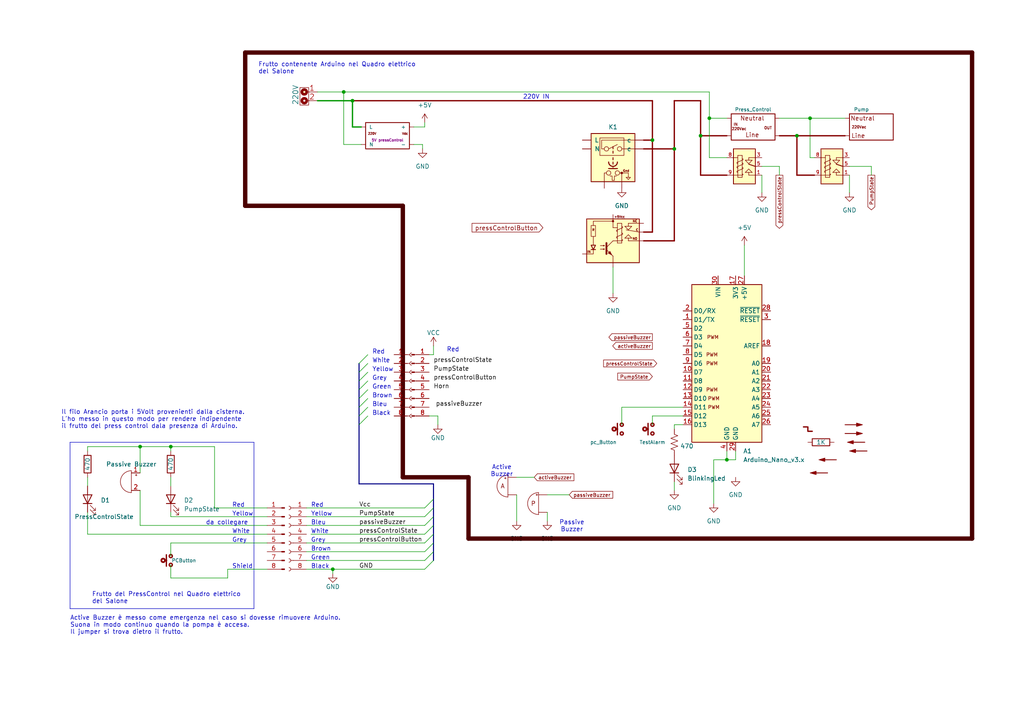
<source format=kicad_sch>
(kicad_sch (version 20231120) (generator "eeschema") (generator_version "8.0")
  (paper "A4")
  (title_block (title "Allarme per pompa cisterna") (date "2020-02-16") (rev "1.1") (comment 2 "Esaurito un determinato tempo Arduino provvede direttamente a spegnere la pompa") (comment 3 "Il tutto prosegue fino a che la pompa si spegne") (comment 4 "Quando la pompa si accende Arduino provvede ad emettere dei suoni "))
  (lib_symbols
    (symbol "Connector:Conn_01x08_Pin" (pin_names (offset 1.016) hide)
      (property "Reference" "J" (at 0 10.16 0))
      (property "Value" "Conn_01x08_Pin" (at 0 -12.7 0))
      (symbol "Conn_01x08_Pin_1_1"
        (polyline (pts (xy 1.27 -10.16) (xy 0.8636 -10.16)) (stroke (width 0.1524)))
        (polyline (pts (xy 1.27 -7.62) (xy 0.8636 -7.62)) (stroke (width 0.1524)))
        (polyline (pts (xy 1.27 -5.08) (xy 0.8636 -5.08)) (stroke (width 0.1524)))
        (polyline (pts (xy 1.27 -2.54) (xy 0.8636 -2.54)) (stroke (width 0.1524)))
        (polyline (pts (xy 1.27 0) (xy 0.8636 0)) (stroke (width 0.1524)))
        (polyline (pts (xy 1.27 2.54) (xy 0.8636 2.54)) (stroke (width 0.1524)))
        (polyline (pts (xy 1.27 5.08) (xy 0.8636 5.08)) (stroke (width 0.1524)))
        (polyline (pts (xy 1.27 7.62) (xy 0.8636 7.62)) (stroke (width 0.1524)))
        (rectangle (start 0.8636 -10.033) (end 0 -10.287) (stroke (width 0.1524)) (fill (type outline)))
        (rectangle (start 0.8636 -7.493) (end 0 -7.747) (stroke (width 0.1524)) (fill (type outline)))
        (rectangle (start 0.8636 -4.953) (end 0 -5.207) (stroke (width 0.1524)) (fill (type outline)))
        (rectangle (start 0.8636 -2.413) (end 0 -2.667) (stroke (width 0.1524)) (fill (type outline)))
        (rectangle (start 0.8636 0.127) (end 0 -0.127) (stroke (width 0.1524)) (fill (type outline)))
        (rectangle (start 0.8636 2.667) (end 0 2.413) (stroke (width 0.1524)) (fill (type outline)))
        (rectangle (start 0.8636 5.207) (end 0 4.953) (stroke (width 0.1524)) (fill (type outline)))
        (rectangle (start 0.8636 7.747) (end 0 7.493) (stroke (width 0.1524)) (fill (type outline)))
        (pin passive line (at 5.08 7.62 180) (length 3.81) (name "Pin_1") (number "1"))
        (pin passive line (at 5.08 5.08 180) (length 3.81) (name "Pin_2") (number "2"))
        (pin passive line (at 5.08 2.54 180) (length 3.81) (name "Pin_3") (number "3"))
        (pin passive line (at 5.08 0 180) (length 3.81) (name "Pin_4") (number "4"))
        (pin passive line (at 5.08 -2.54 180) (length 3.81) (name "Pin_5") (number "5"))
        (pin passive line (at 5.08 -5.08 180) (length 3.81) (name "Pin_6") (number "6"))
        (pin passive line (at 5.08 -7.62 180) (length 3.81) (name "Pin_7") (number "7"))
        (pin passive line (at 5.08 -10.16 180) (length 3.81) (name "Pin_8") (number "8"))
      )
    )
    (symbol "Connector:Conn_01x08_Socket" (pin_names (offset 1.016) hide)
      (property "Reference" "J" (at 0 10.16 0))
      (property "Value" "Conn_01x08_Socket" (at 0 -12.7 0))
      (symbol "Conn_01x08_Socket_1_1"
        (arc (start 0 -9.652) (mid -0.5058 -10.16) (end 0 -10.668) (stroke (width 0.1524)))
        (arc (start 0 -7.112) (mid -0.5058 -7.62) (end 0 -8.128) (stroke (width 0.1524)))
        (arc (start 0 -4.572) (mid -0.5058 -5.08) (end 0 -5.588) (stroke (width 0.1524)))
        (arc (start 0 -2.032) (mid -0.5058 -2.54) (end 0 -3.048) (stroke (width 0.1524)))
        (polyline (pts (xy -1.27 -10.16) (xy -0.508 -10.16)) (stroke (width 0.1524)))
        (polyline (pts (xy -1.27 -7.62) (xy -0.508 -7.62)) (stroke (width 0.1524)))
        (polyline (pts (xy -1.27 -5.08) (xy -0.508 -5.08)) (stroke (width 0.1524)))
        (polyline (pts (xy -1.27 -2.54) (xy -0.508 -2.54)) (stroke (width 0.1524)))
        (polyline (pts (xy -1.27 0) (xy -0.508 0)) (stroke (width 0.1524)))
        (polyline (pts (xy -1.27 2.54) (xy -0.508 2.54)) (stroke (width 0.1524)))
        (polyline (pts (xy -1.27 5.08) (xy -0.508 5.08)) (stroke (width 0.1524)))
        (polyline (pts (xy -1.27 7.62) (xy -0.508 7.62)) (stroke (width 0.1524)))
        (arc (start 0 0.508) (mid -0.5058 0) (end 0 -0.508) (stroke (width 0.1524)))
        (arc (start 0 3.048) (mid -0.5058 2.54) (end 0 2.032) (stroke (width 0.1524)))
        (arc (start 0 5.588) (mid -0.5058 5.08) (end 0 4.572) (stroke (width 0.1524)))
        (arc (start 0 8.128) (mid -0.5058 7.62) (end 0 7.112) (stroke (width 0.1524)))
        (pin passive line (at -5.08 7.62 0) (length 3.81) (name "Pin_1") (number "1"))
        (pin passive line (at -5.08 5.08 0) (length 3.81) (name "Pin_2") (number "2"))
        (pin passive line (at -5.08 2.54 0) (length 3.81) (name "Pin_3") (number "3"))
        (pin passive line (at -5.08 0 0) (length 3.81) (name "Pin_4") (number "4"))
        (pin passive line (at -5.08 -2.54 0) (length 3.81) (name "Pin_5") (number "5"))
        (pin passive line (at -5.08 -5.08 0) (length 3.81) (name "Pin_6") (number "6"))
        (pin passive line (at -5.08 -7.62 0) (length 3.81) (name "Pin_7") (number "7"))
        (pin passive line (at -5.08 -10.16 0) (length 3.81) (name "Pin_8") (number "8"))
      )
    )
    (symbol "Device:Buzzer" (pin_names (offset 0.0254) hide)
      (property "Reference" "BZ" (at 3.81 1.27 0))
      (property "Value" "Buzzer" (at 3.81 -1.27 0))
      (symbol "Buzzer_0_1"
        (arc (start 0 -3.175) (mid 3.1612 0) (end 0 3.175))
        (polyline (pts (xy -1.651 1.905) (xy -1.143 1.905)))
        (polyline (pts (xy -1.397 2.159) (xy -1.397 1.651)))
        (polyline (pts (xy 0 3.175) (xy 0 -3.175)))
      )
      (symbol "Buzzer_1_1"
        (pin passive line (at -2.54 2.54 0) (length 2.54) (name "-") (number "1"))
        (pin passive line (at -2.54 -2.54 0) (length 2.54) (name "+") (number "2"))
      )
    )
    (symbol "Device:LED" (pin_numbers hide) (pin_names (offset 1.016) hide)
      (property "Reference" "D" (at 0 2.54 0))
      (property "Value" "LED" (at 0 -2.54 0))
      (symbol "LED_0_1"
        (polyline (pts (xy -1.27 -1.27) (xy -1.27 1.27)) (stroke (width 0.254)))
        (polyline (pts (xy -1.27 0) (xy 1.27 0)))
        (polyline (pts (xy 1.27 -1.27) (xy 1.27 1.27) (xy -1.27 0) (xy 1.27 -1.27)) (stroke (width 0.254)))
        (polyline (pts (xy -3.048 -0.762) (xy -4.572 -2.286) (xy -3.81 -2.286) (xy -4.572 -2.286) (xy -4.572 -1.524)))
        (polyline (pts (xy -1.778 -0.762) (xy -3.302 -2.286) (xy -2.54 -2.286) (xy -3.302 -2.286) (xy -3.302 -1.524)))
      )
      (symbol "LED_1_1"
        (pin passive line (at -3.81 0 0) (length 2.54) (name "K") (number "1"))
        (pin passive line (at 3.81 0 180) (length 2.54) (name "A") (number "2"))
      )
    )
    (symbol "Device:R" (pin_numbers hide) (pin_names (offset 0))
      (property "Reference" "R" (at 2.032 0 90))
      (property "Value" "R" (at 0 0 90))
      (symbol "R_0_1"
        (rectangle (start -1.016 -2.54) (end 1.016 2.54) (stroke (width 0.254)))
      )
      (symbol "R_1_1"
        (pin passive line (at 0 3.81 270) (length 1.27) (name "~") (number "1"))
        (pin passive line (at 0 -3.81 90) (length 1.27) (name "~") (number "2"))
      )
    )
    (symbol "Device:R_US" (pin_numbers hide) (pin_names (offset 0))
      (property "Reference" "R" (at 2.54 0 90))
      (property "Value" "R_US" (at -2.54 0 90))
      (symbol "R_US_0_1"
        (polyline (pts (xy 0 -2.286) (xy 0 -2.54)))
        (polyline (pts (xy 0 2.286) (xy 0 2.54)))
        (polyline (pts (xy 0 -0.762) (xy 1.016 -1.143) (xy 0 -1.524) (xy -1.016 -1.905) (xy 0 -2.286)))
        (polyline (pts (xy 0 0.762) (xy 1.016 0.381) (xy 0 0) (xy -1.016 -0.381) (xy 0 -0.762)))
        (polyline (pts (xy 0 2.286) (xy 1.016 1.905) (xy 0 1.524) (xy -1.016 1.143) (xy 0 0.762)))
      )
      (symbol "R_US_1_1"
        (pin passive line (at 0 3.81 270) (length 1.27) (name "~") (number "1"))
        (pin passive line (at 0 -3.81 90) (length 1.27) (name "~") (number "2"))
      )
    )
    (symbol "Graphic:SYM_Arrow_Normal" (pin_names (offset 1.016))
      (symbol "SYM_Arrow_Normal_0_1"
        (polyline (pts (xy 1.524 0) (xy -2.54 0)) (stroke (width 0.254)))
        (polyline (pts (xy 2.54 0) (xy 0.762 -0.508) (xy 0.762 0.508) (xy 2.54 0)) (fill (type outline)))
      )
    )
    (symbol "LnConnectors:CONN_02" (pin_names (offset 0.762) hide)
      (property "Reference" "J" (at 0 8.89 0))
      (property "Value" "CONN_02" (at 0 5.08 0))
      (symbol "CONN_02_0_1"
        (rectangle (start -1.27 7.62) (end 1.27 2.54))
        (circle (center 0 3.81) (radius 0.6858) (stroke (width 0.762)))
        (circle (center 0 6.35) (radius 0.6858) (stroke (width 0.762)) (fill (type background)))
      )
      (symbol "CONN_02_1_1"
        (pin passive line (at 3.81 6.35 180) (length 3.175) (name "1") (number "1"))
        (pin passive line (at 3.81 3.81 180) (length 3.175) (name "2") (number "2"))
      )
    )
    (symbol "LnDevice:Alimentatore" (pin_names (offset 1.016))
      (property "Reference" "Al" (at 0 1.905 0))
      (property "Value" "Alimentatore" (at 0 -2.54 0))
      (symbol "Alimentatore_0_0"
        (text "Vdc" (at 5.08 0.635 0) (effects (font (size 0.635 0.635))))
      )
      (symbol "Alimentatore_0_1"
        (rectangle (start -6.35 3.81) (end 6.35 -3.81) (stroke (width 0.254)))
        (pin power_out line (at 7.62 2.54 180) (length 1.27) (name "+") (number "~"))
        (pin power_out line (at 7.62 -2.54 180) (length 1.27) (name "-") (number "~"))
        (pin power_in line (at -7.62 2.54 0) (length 1.27) (name "L") (number "~"))
        (pin power_in line (at -7.62 -2.54 0) (length 1.27) (name "N") (number "~"))
      )
      (symbol "Alimentatore_1_0"
        (text "220V" (at -4.445 0.635 0) (effects (font (size 0.635 0.635))))
      )
    )
    (symbol "LnDevice:Edge" (pin_numbers hide) (pin_names (offset 0))
      (symbol "Edge_0_1"
        (polyline (pts (xy -1.27 1.905) (xy 0 1.905) (xy 0 0.635) (xy 1.27 0.635)) (stroke (width 0.381)))
      )
    )
    (symbol "LnDevice:PulsanteNO" (pin_numbers hide) (pin_names (offset 1.016) hide)
      (property "Reference" "SW" (at 3.81 2.794 0))
      (property "Value" "PulsanteNO" (at 0 -2.032 0))
      (symbol "PulsanteNO_0_1"
        (circle (center -1.27 0) (radius 0.4572) (stroke (width 0.381)))
        (polyline (pts (xy -1.651 1.27) (xy 1.651 1.27)) (stroke (width 0.381)))
        (polyline (pts (xy 0 1.651) (xy 0 1.27)) (stroke (width 0.508)))
        (circle (center 0.0254 2.2098) (radius 0.508) (stroke (width 0.508)))
        (circle (center 1.27 0) (radius 0.4572) (stroke (width 0.381)))
        (pin passive line (at -1.27 0 0) (length 0.0254) (name "1") (number "1"))
        (pin passive line (at 1.27 0 180) (length 0.0254) (name "2") (number "2"))
      )
    )
    (symbol "LnDevice:RELAY_1RT" (pin_names (offset 1.016) hide)
      (property "Reference" "K" (at -1.27 5.08 0))
      (property "Value" "RELAY_1RT" (at 0 -5.08 0))
      (symbol "RELAY_1RT_0_1"
        (rectangle (start -3.175 6.35) (end 3.175 -3.81) (stroke (width 0.254)) (fill (type background)))
        (polyline (pts (xy -3.175 -1.27) (xy -1.905 -1.27)))
        (polyline (pts (xy -3.175 3.81) (xy -1.905 3.81)))
        (polyline (pts (xy -1.905 4.445) (xy -1.905 -1.905)))
        (polyline (pts (xy -1.905 4.445) (xy -0.635 4.445)))
        (polyline (pts (xy -0.635 -1.905) (xy -1.905 -1.905)))
        (polyline (pts (xy -0.635 4.445) (xy -0.635 -1.905)))
        (polyline (pts (xy 0.254 -0.4826) (xy 2.2606 -0.4826)))
        (polyline (pts (xy 0.254 3.0734) (xy 2.2606 3.0734)))
        (polyline (pts (xy 1.27 -1.27) (xy 1.27 -0.762)))
        (polyline (pts (xy 1.27 -0.762) (xy 1.27 -0.4826)))
        (polyline (pts (xy 1.27 0.508) (xy 0.254 -0.4826)))
        (polyline (pts (xy 1.27 1.905) (xy 3.175 1.27)) (stroke (width 0.254)))
        (polyline (pts (xy 1.27 2.032) (xy 0.254 3.0734)))
        (polyline (pts (xy 1.27 3.81) (xy 1.27 3.175)))
        (polyline (pts (xy 1.27 3.81) (xy 3.175 3.81)))
        (polyline (pts (xy 2.2606 -0.4826) (xy 1.27 0.508)))
        (polyline (pts (xy 2.2606 3.0734) (xy 1.27 2.032)))
        (polyline (pts (xy 3.175 -1.27) (xy 1.27 -1.27)))
        (polyline (pts (xy -1.905 -1.27) (xy -0.635 -1.27) (xy -0.381 -1.143) (xy -0.381 -1.016) (xy -0.635 -0.889)))
        (polyline (pts (xy -1.905 -0.508) (xy -2.159 -0.381) (xy -2.159 -0.127) (xy -0.381 0.635) (xy -0.381 0.889) (xy -0.635 1.016)))
        (polyline (pts (xy -1.905 0.762) (xy -2.159 0.889) (xy -2.159 1.143) (xy -0.381 1.905) (xy -0.381 2.159) (xy -0.635 2.286)))
        (polyline (pts (xy -1.905 2.032) (xy -2.159 2.159) (xy -2.159 2.413) (xy -0.381 3.175) (xy -0.381 3.429) (xy -0.635 3.556)))
      )
      (symbol "RELAY_1RT_1_1"
        (pin passive line (at 5.08 -1.27 180) (length 1.905) (name "T1") (number "1"))
        (pin passive line (at 5.08 3.81 180) (length 1.905) (name "R1") (number "3"))
        (pin passive line (at 5.08 1.27 180) (length 1.905) (name "C1") (number "5"))
        (pin input line (at -5.08 3.81 0) (length 1.905) (name "8") (number "8"))
        (pin input line (at -5.08 -1.27 0) (length 1.905) (name "9") (number "9"))
      )
    )
    (symbol "lnDevice:Buzzer Active" (pin_names (offset 0.0254) hide)
      (property "Reference" "BZ" (at 3.81 1.27 0))
      (property "Value" "Buzzer Active" (at 3.81 -1.27 0))
      (symbol "Buzzer Active_0_1"
        (arc (start 0 -3.175) (mid 3.1612 0) (end 0 3.175))
        (polyline (pts (xy 0 3.175) (xy 0 -3.175)))
        (polyline (pts (xy 0.508 2.286) (xy 1.016 2.286)))
        (polyline (pts (xy 0.762 2.54) (xy 0.762 2.032)))
      )
      (symbol "Buzzer Active_1_1"
        (text "A" (at 1.524 0 0) (effects (font (size 1.27 1.27))))
        (pin power_in line (at -2.54 2.54 0) (length 2.54) (name "+") (number ""))
        (pin power_in line (at -2.54 -2.54 0) (length 2.54) (name "-") (number ""))
      )
    )
    (symbol "lnDevice:Buzzer Passive" (pin_names (offset 0.0254) hide)
      (property "Reference" "BZ" (at 3.81 1.27 0))
      (property "Value" "Buzzer" (at 3.81 -1.27 0))
      (symbol "Buzzer Passive_0_1"
        (arc (start 0 -3.175) (mid 3.1612 0) (end 0 3.175))
        (polyline (pts (xy 0 3.175) (xy 0 -3.175)))
        (polyline (pts (xy 0.254 2.54) (xy 0.762 2.54)))
        (polyline (pts (xy 0.508 2.794) (xy 0.508 2.286)))
      )
      (symbol "Buzzer Passive_1_1"
        (text "P" (at 1.524 0 0) (effects (font (size 1.27 1.27))))
        (pin power_in line (at -2.54 2.54 0) (length 2.54) (name "+") (number ""))
        (pin power_in line (at -2.54 -2.54 0) (length 2.54) (name "-") (number ""))
      )
    )
    (symbol "lnDevice:Press_Control" (pin_names (offset 1.016) hide)
      (property "Value" "Press_Control" (at 6.858 7.112 0))
      (symbol "Press_Control_0_0"
        (text "Line" (at 7.366 0.254 0) (effects (font (size 1.27 1.27))))
        (text "Neutral" (at 7.366 5.08 0) (effects (font (size 1.27 1.27))))
      )
      (symbol "Press_Control_0_1"
        (rectangle (start 13.97 -1.27) (end 1.27 6.35) (stroke (width 0.254)))
        (pin input line (at 0 0 0) (length 1.27) (name "1") (number "~"))
      )
      (symbol "Press_Control_1_1"
        (text "220Vac" (at 3.556 2.032 0) (effects (font (size 0.762 0.762))))
        (text "IN" (at 2.54 3.302 0) (effects (font (size 0.762 0.762))))
        (text "OUT" (at 11.938 2.286 0) (effects (font (size 0.762 0.762))))
        (pin output line (at 15.24 0 180) (length 1.27) (name "1") (number "~"))
        (pin input line (at 0 5.08 0) (length 1.27) (name "2") (number "~"))
        (pin output line (at 15.24 5.08 180) (length 1.27) (name "2") (number "~"))
      )
    )
    (symbol "lnDevice:Pump" (pin_names (offset 1.016) hide)
      (property "Reference" "P" (at 10.16 3.81 0))
      (property "Value" "Pump" (at 7.874 7.112 0))
      (symbol "Pump_0_0"
        (text "Line" (at 3.81 0 0) (effects (font (size 1.27 1.27))))
        (text "Neutral" (at 5.08 5.08 0) (effects (font (size 1.27 1.27))))
      )
      (symbol "Pump_0_1"
        (rectangle (start 13.97 -1.27) (end 1.27 6.35) (stroke (width 0.254)))
        (pin input line (at 0 0 0) (length 1.27) (name "1") (number "~"))
      )
      (symbol "Pump_1_1"
        (text "220Vac" (at 4.064 2.54 0) (effects (font (size 0.762 0.762))))
        (pin input line (at 0 5.08 0) (length 1.27) (name "2") (number "~"))
      )
    )
    (symbol "lnDevice:Relay_5V_LL" (pin_names (offset 1.016))
      (property "Reference" "RL" (at 10.16 -5.08 0))
      (property "Value" "Relay_5V_LL" (at 7.62 -7.62 0))
      (symbol "Relay_5V_LL_0_0"
        (polyline (pts (xy -5.715 1.27) (xy -5.715 -1.27)))
        (polyline (pts (xy -5.715 -2.54) (xy -5.715 -3.81) (xy -7.62 -3.81)))
        (polyline (pts (xy 0 5.715) (xy -5.715 5.715) (xy -5.715 4.445)))
        (polyline (pts (xy -6.35 4.445) (xy -5.08 4.445) (xy -5.08 1.27) (xy -6.35 1.27) (xy -6.35 4.445)))
        (text "R" (at -5.715 3.175 0) (effects (font (size 0.635 0.635))))
      )
      (symbol "Relay_5V_LL_1_0"
        (text "+5Vcc" (at 1.905 6.985 0) (effects (font (size 0.635 0.635))))
        (text "C" (at 6.985 3.175 0) (effects (font (size 0.635 0.635))))
        (text "IN" (at -6.985 -3.175 0) (effects (font (size 0.635 0.635))))
        (text "NC" (at 6.35 5.715 0) (effects (font (size 0.635 0.635))))
        (text "NO" (at 6.35 0.635 0) (effects (font (size 0.635 0.635))))
      )
      (symbol "Relay_5V_LL_1_1"
        (rectangle (start -7.62 6.35) (end 7.62 -6.35) (stroke (width 0.254)) (fill (type background)))
        (polyline (pts (xy -6.35 -2.54) (xy -5.08 -2.54)) (stroke (width 0.254)))
        (polyline (pts (xy -1.905 -1.905) (xy 0 0)))
        (polyline (pts (xy 0 -4.445) (xy -1.905 -2.54)) (fill (type outline)))
        (polyline (pts (xy 0 -4.445) (xy 0 -6.35)))
        (polyline (pts (xy 0 0) (xy 1.27 0)))
        (polyline (pts (xy 0 3.81) (xy 1.27 3.81)))
        (polyline (pts (xy 0 6.35) (xy 0 3.81)))
        (polyline (pts (xy 1.27 5.08) (xy 1.27 -0.635)))
        (polyline (pts (xy 1.27 5.08) (xy 2.54 5.08)))
        (polyline (pts (xy 2.54 -0.635) (xy 1.27 -0.635)))
        (polyline (pts (xy 2.54 5.08) (xy 2.54 -0.635)))
        (polyline (pts (xy 3.429 0.7874) (xy 5.4356 0.7874)))
        (polyline (pts (xy 3.429 4.2164) (xy 5.4356 4.2164)))
        (polyline (pts (xy 3.81 3.175) (xy 7.62 2.54)))
        (polyline (pts (xy 4.445 0) (xy 4.445 0.508)))
        (polyline (pts (xy 4.445 0.508) (xy 4.445 0.7874)))
        (polyline (pts (xy 4.445 1.778) (xy 3.429 0.7874)))
        (polyline (pts (xy 4.445 3.175) (xy 3.429 4.2164)))
        (polyline (pts (xy 4.445 5.08) (xy 4.445 4.2164)))
        (polyline (pts (xy 4.445 5.08) (xy 7.62 5.08)))
        (polyline (pts (xy 5.4356 0.7874) (xy 4.445 1.778)))
        (polyline (pts (xy 5.4356 4.2164) (xy 4.445 3.175)))
        (polyline (pts (xy 7.62 0) (xy 4.445 0)))
        (polyline (pts (xy -1.905 -0.635) (xy -1.905 -3.81) (xy -1.905 -3.81)) (stroke (width 0.508)))
        (polyline (pts (xy -5.715 -2.54) (xy -6.35 -1.27) (xy -5.08 -1.27) (xy -5.715 -2.54)) (stroke (width 0.254)))
        (polyline (pts (xy -3.683 -2.413) (xy -2.413 -2.413) (xy -2.794 -2.54) (xy -2.794 -2.286) (xy -2.413 -2.413)))
        (polyline (pts (xy -3.683 -1.397) (xy -2.413 -1.397) (xy -2.794 -1.524) (xy -2.794 -1.27) (xy -2.413 -1.397)))
        (polyline (pts (xy -1.397 -3.556) (xy -0.889 -3.048) (xy -0.381 -4.064) (xy -1.397 -3.556) (xy -1.397 -3.556)) (fill (type outline)))
        (polyline (pts (xy 1.27 0) (xy 2.54 0) (xy 2.794 0.127) (xy 2.794 0.254) (xy 2.54 0.381)))
        (polyline (pts (xy 1.27 0.762) (xy 1.016 0.889) (xy 1.016 1.143) (xy 2.794 1.905) (xy 2.794 2.159) (xy 2.54 2.286)))
        (polyline (pts (xy 1.27 2.667) (xy 1.016 2.794) (xy 1.016 3.048) (xy 2.794 3.81) (xy 2.794 4.064) (xy 2.54 4.191)))
        (circle (center 0 5.715) (radius 0.254) (fill (type outline)))
        (pin input line (at -8.89 -3.81 0) (length 1.27) (name "~") (number "~"))
        (pin power_in line (at 0 -7.62 90) (length 1.27) (name "~") (number "~"))
        (pin power_in line (at 0 7.62 270) (length 1.27) (name "~") (number "~"))
        (pin passive line (at 8.89 0 180) (length 1.27) (name "~") (number "~"))
        (pin passive line (at 8.89 2.54 180) (length 1.27) (name "~") (number "~"))
        (pin passive line (at 8.89 5.08 180) (length 1.27) (name "~") (number "~"))
      )
    )
    (symbol "lnDevice:sOnOff_ClearContacts" (pin_names (offset 1.016))
      (property "Reference" "K" (at 3.175 -0.635 0))
      (property "Value" "sOnOff_ClearContacts" (at -5.08 10.16 0))
      (symbol "sOnOff_ClearContacts_0_0"
        (circle (center -1.27 -4.445) (radius 0.635))
        (polyline (pts (xy -1.905 -4.445) (xy -2.54 -4.445) (xy -2.54 -6.985)))
        (polyline (pts (xy 1.905 -4.445) (xy 2.54 -4.445) (xy 2.54 -6.985)))
        (polyline (pts (xy -3.81 5.715) (xy -3.81 0.635) (xy 3.175 0.635) (xy 3.175 5.715) (xy -3.81 5.715)))
        (circle (center 1.27 -4.445) (radius 0.635))
        (text "Gnd" (at 3.81 -3.81 0) (effects (font (size 0.635 0.635))))
      )
      (symbol "sOnOff_ClearContacts_0_1"
        (rectangle (start -6.35 6.985) (end 6.35 -6.985) (stroke (width 0.254)) (fill (type background)))
        (circle (center -1.905 2.54) (radius 0.635))
        (arc (start -1.27 -1.27) (mid 0 -2.5345) (end 1.27 -1.27) (stroke (width 0.3048)))
        (polyline (pts (xy -1.27 2.54) (xy 1.27 3.81)))
        (polyline (pts (xy 0 -2.54) (xy 0 -3.175)))
        (polyline (pts (xy 0 -1.27) (xy 0 -1.905)) (stroke (width 0.254)))
        (polyline (pts (xy 0 0) (xy 0 -0.635)) (stroke (width 0.254)))
        (polyline (pts (xy 0 1.905) (xy 0 1.27)) (stroke (width 0.254)))
        (polyline (pts (xy 0 3.175) (xy 0 2.54)) (stroke (width 0.254)))
        (polyline (pts (xy 1.27 -3.175) (xy -1.27 -3.175)) (stroke (width 0.3048)))
        (polyline (pts (xy 2.54 2.54) (xy 6.35 2.54)))
        (polyline (pts (xy 2.54 -4.445) (xy 4.445 -4.445) (xy 4.445 -5.715)))
        (polyline (pts (xy -2.54 2.54) (xy -3.302 2.54) (xy -3.302 5.08) (xy 6.35 5.08)))
        (polyline (pts (xy 3.81 -5.715) (xy 5.08 -5.715) (xy 4.445 -6.35) (xy 3.81 -5.715)))
        (polyline (pts (xy -0.889 -5.334) (xy -0.254 -5.334) (xy -0.254 -6.604) (xy 0.381 -6.604) (xy 0.381 -5.334) (xy 1.016 -5.334)))
        (circle (center 1.905 2.54) (radius 0.635))
        (circle (center 2.54 -4.445) (radius 0.2794) (fill (type outline)))
      )
      (symbol "sOnOff_ClearContacts_1_1"
        (pin power_in line (at -8.89 5.08 0) (length 2.54) (name "L") (number ""))
        (pin power_in line (at -8.89 2.54 0) (length 2.54) (name "N") (number ""))
        (pin bidirectional line (at 8.89 2.54 180) (length 2.54) (name "c") (number ""))
        (pin bidirectional line (at 8.89 5.08 180) (length 2.54) (name "c") (number ""))
        (pin passive line (at -2.54 -8.89 90) (length 1.905) (name "~") (number "~"))
        (pin passive line (at 2.54 -8.89 90) (length 1.905) (name "~") (number "~"))
      )
    )
    (symbol "lnMicroController:Arduino_Nano_v3.x"
      (property "Reference" "A" (at -10.16 23.495 0))
      (property "Value" "Arduino_Nano_v3.x" (at 5.08 -24.13 0))
      (symbol "Arduino_Nano_v3.x_0_1"
        (rectangle (start -10.16 22.86) (end 10.16 -22.86) (stroke (width 0.254)) (fill (type background)))
      )
      (symbol "Arduino_Nano_v3.x_1_1"
        (text "PWM" (at -4.318 -7.62 0) (effects (font (size 1.016 1.016))))
        (text "PWM" (at -4.318 0 0) (effects (font (size 1.016 1.016))))
        (text "PWM" (at -4.318 2.54 0) (effects (font (size 1.016 1.016))))
        (text "PWM" (at -4.064 7.62 0) (effects (font (size 1.016 1.016))))
        (text "PWM" (at -3.81 -12.7 0) (effects (font (size 1.016 1.016))))
        (text "PWM" (at -3.81 -10.16 0) (effects (font (size 1.016 1.016))))
        (pin bidirectional line (at -12.7 12.7 0) (length 2.54) (name "D1/TX") (number "1"))
        (pin bidirectional line (at -12.7 -2.54 0) (length 2.54) (name "D7") (number "10"))
        (pin bidirectional line (at -12.7 -5.08 0) (length 2.54) (name "D8") (number "11"))
        (pin bidirectional line (at -12.7 -7.62 0) (length 2.54) (name "D9") (number "12"))
        (pin bidirectional line (at -12.7 -10.16 0) (length 2.54) (name "D10") (number "13"))
        (pin bidirectional line (at -12.7 -12.7 0) (length 2.54) (name "D11") (number "14"))
        (pin bidirectional line (at -12.7 -15.24 0) (length 2.54) (name "D12") (number "15"))
        (pin bidirectional line (at -12.7 -17.78 0) (length 2.54) (name "D13") (number "16"))
        (pin power_out line (at 2.54 25.4 270) (length 2.54) (name "3V3") (number "17"))
        (pin input line (at 12.7 5.08 180) (length 2.54) (name "AREF") (number "18"))
        (pin bidirectional line (at 12.7 0 180) (length 2.54) (name "A0") (number "19"))
        (pin bidirectional line (at -12.7 15.24 0) (length 2.54) (name "D0/RX") (number "2"))
        (pin bidirectional line (at 12.7 -2.54 180) (length 2.54) (name "A1") (number "20"))
        (pin bidirectional line (at 12.7 -5.08 180) (length 2.54) (name "A2") (number "21"))
        (pin bidirectional line (at 12.7 -7.62 180) (length 2.54) (name "A3") (number "22"))
        (pin bidirectional line (at 12.7 -10.16 180) (length 2.54) (name "A4") (number "23"))
        (pin bidirectional line (at 12.7 -12.7 180) (length 2.54) (name "A5") (number "24"))
        (pin bidirectional line (at 12.7 -15.24 180) (length 2.54) (name "A6") (number "25"))
        (pin bidirectional line (at 12.7 -17.78 180) (length 2.54) (name "A7") (number "26"))
        (pin power_out line (at 5.08 25.4 270) (length 2.54) (name "+5V") (number "27"))
        (pin input line (at 12.7 15.24 180) (length 2.54) (name "~{RESET}") (number "28"))
        (pin power_in line (at 2.54 -25.4 90) (length 2.54) (name "GND") (number "29"))
        (pin input line (at 12.7 12.7 180) (length 2.54) (name "~{RESET}") (number "3"))
        (pin power_in line (at -2.54 25.4 270) (length 2.54) (name "VIN") (number "30"))
        (pin power_in line (at 0 -25.4 90) (length 2.54) (name "GND") (number "4"))
        (pin bidirectional line (at -12.7 10.16 0) (length 2.54) (name "D2") (number "5"))
        (pin bidirectional line (at -12.7 7.62 0) (length 2.54) (name "D3") (number "6"))
        (pin bidirectional line (at -12.7 5.08 0) (length 2.54) (name "D4") (number "7"))
        (pin bidirectional line (at -12.7 2.54 0) (length 2.54) (name "D5") (number "8"))
        (pin bidirectional line (at -12.7 0 0) (length 2.54) (name "D6") (number "9"))
      )
    )
    (symbol "power:+5V" (power) (pin_names (offset 0))
      (property "Value" "+5V" (at 0 3.556 0))
      (symbol "+5V_0_1"
        (polyline (pts (xy -0.762 1.27) (xy 0 2.54)))
        (polyline (pts (xy 0 0) (xy 0 2.54)))
        (polyline (pts (xy 0 2.54) (xy 0.762 1.27)))
      )
      (symbol "+5V_1_1"
        (pin power_in line (at 0 0 90) (length 0) hide (name "+5V") (number "1"))
      )
    )
    (symbol "power:GND" (power) (pin_names (offset 0))
      (property "Value" "GND" (at 0 -3.81 0))
      (symbol "GND_0_1"
        (polyline (pts (xy 0 0) (xy 0 -1.27) (xy 1.27 -1.27) (xy 0 -2.54) (xy -1.27 -1.27) (xy 0 -1.27)))
      )
      (symbol "GND_1_1"
        (pin power_in line (at 0 0 270) (length 0) hide (name "GND") (number "1"))
      )
    )
    (symbol "power:VCC" (power) (pin_names (offset 0))
      (property "Value" "VCC" (at 0 3.81 0))
      (symbol "VCC_0_1"
        (polyline (pts (xy -0.762 1.27) (xy 0 2.54)))
        (polyline (pts (xy 0 0) (xy 0 2.54)))
        (polyline (pts (xy 0 2.54) (xy 0.762 1.27)))
      )
      (symbol "VCC_1_1"
        (pin power_in line (at 0 0 90) (length 0) hide (name "VCC") (number "1"))
      )
    )
  )
  (junction (at 102.235 29.21))
  (junction (at 210.82 133.35))
  (junction (at 203.2 39.37))
  (junction (at 96.52 165.1))
  (junction (at 231.14 39.37))
  (junction (at 40.64 129.54))
  (junction (at 195.58 43.18))
  (junction (at 99.695 26.67))
  (junction (at 234.95 34.29))
  (junction (at 189.23 40.64))
  (junction (at 205.74 34.29))
  (junction (at 49.53 129.54))
  (bus_entry (at 106.68 105.41) (size -2.54 2.54))
  (bus_entry (at 125.73 157.48) (size -2.54 2.54))
  (bus_entry (at 125.73 160.02) (size -2.54 2.54))
  (bus_entry (at 106.68 118.11) (size -2.54 2.54))
  (bus_entry (at 125.73 154.94) (size -2.54 2.54))
  (bus_entry (at 106.68 102.87) (size -2.54 2.54))
  (bus_entry (at 125.73 149.86) (size -2.54 2.54))
  (bus_entry (at 125.73 162.56) (size -2.54 2.54))
  (bus_entry (at 106.68 115.57) (size -2.54 2.54))
  (bus_entry (at 106.68 107.95) (size -2.54 2.54))
  (bus_entry (at 125.73 147.32) (size -2.54 2.54))
  (bus_entry (at 125.73 152.4) (size -2.54 2.54))
  (bus_entry (at 125.73 144.78) (size -2.54 2.54))
  (bus_entry (at 106.68 110.49) (size -2.54 2.54))
  (bus_entry (at 106.68 120.65) (size -2.54 2.54))
  (bus_entry (at 106.68 113.03) (size -2.54 2.54))
  (wire (pts (xy 88.9 147.32) (xy 123.19 147.32)))
  (bus (pts (xy 104.14 110.49) (xy 104.14 113.03)))
  (wire (pts (xy 25.4 129.54) (xy 25.4 130.81)))
  (wire (pts (xy 49.53 129.54) (xy 62.23 129.54)))
  (bus (pts (xy 125.73 157.48) (xy 125.73 160.02)))
  (wire (pts (xy 231.14 39.37) (xy 231.14 50.8)) (stroke (width 0.381) (color 132 0 0 1)))
  (wire (pts (xy 49.53 157.48) (xy 49.53 161.29)))
  (wire (pts (xy 220.98 48.26) (xy 226.06 48.26)))
  (wire (pts (xy 116.84 138.43) (xy 116.84 59.69)) (stroke (width 1.27) (color 72 0 0 1)))
  (bus (pts (xy 104.14 107.95) (xy 104.14 110.49)))
  (wire (pts (xy 62.23 129.54) (xy 62.23 147.32)))
  (wire (pts (xy 90.17 154.94) (xy 123.19 154.94)))
  (wire (pts (xy 149.86 138.43) (xy 154.94 138.43)))
  (wire (pts (xy 198.12 120.65) (xy 189.23 120.65)))
  (wire (pts (xy 96.52 165.1) (xy 123.19 165.1)))
  (wire (pts (xy 88.9 152.4) (xy 123.19 152.4)))
  (wire (pts (xy 49.53 148.59) (xy 49.53 149.86)))
  (wire (pts (xy 231.14 50.8) (xy 236.22 50.8)) (stroke (width 0.381) (color 132 0 0 1)))
  (wire (pts (xy 226.06 39.37) (xy 231.14 39.37)) (stroke (width 0.381) (color 132 0 0 1)))
  (wire (pts (xy 189.23 67.31) (xy 189.23 40.64)) (stroke (width 0.381) (color 132 0 0 1)))
  (bus (pts (xy 125.73 154.94) (xy 125.73 157.48)))
  (wire (pts (xy 205.74 34.29) (xy 205.74 26.67)))
  (wire (pts (xy 203.2 39.37) (xy 203.2 50.8)) (stroke (width 0.381) (color 132 0 0 1)))
  (wire (pts (xy 203.2 29.21) (xy 203.2 39.37)) (stroke (width 0.381) (color 132 0 0 1)))
  (bus (pts (xy 104.14 113.03) (xy 104.14 115.57)))
  (wire (pts (xy 186.69 67.31) (xy 189.23 67.31)) (stroke (width 0.381) (color 132 0 0 1)))
  (wire (pts (xy 210.82 133.35) (xy 213.36 133.35)))
  (wire (pts (xy 281.94 156.21) (xy 281.94 15.24)) (stroke (width 1.27) (color 72 0 0 1)))
  (wire (pts (xy 195.58 142.24) (xy 195.58 139.7)))
  (wire (pts (xy 226.06 48.26) (xy 226.06 50.8)))
  (wire (pts (xy 40.64 152.4) (xy 77.47 152.4)))
  (wire (pts (xy 25.4 129.54) (xy 40.64 129.54)))
  (wire (pts (xy 165.1 143.51) (xy 158.75 143.51)))
  (wire (pts (xy 189.23 40.64) (xy 189.23 29.21)) (stroke (width 0.381) (color 132 0 0 1)))
  (wire (pts (xy 49.53 157.48) (xy 77.47 157.48)))
  (wire (pts (xy 203.2 39.37) (xy 210.82 39.37)) (stroke (width 0.381) (color 132 0 0 1)))
  (wire (pts (xy 88.9 160.02) (xy 123.19 160.02)))
  (wire (pts (xy 71.12 15.24) (xy 71.12 59.69)) (stroke (width 1.27) (color 72 0 0 1)))
  (wire (pts (xy 102.235 29.21) (xy 92.075 29.21)) (stroke (width 0.381)))
  (polyline (pts (xy 73.66 128.27) (xy 73.66 176.53)))
  (wire (pts (xy 40.64 137.16) (xy 40.64 129.54)))
  (wire (pts (xy 66.04 165.1) (xy 77.47 165.1)))
  (wire (pts (xy 177.8 85.09) (xy 177.8 77.47)))
  (bus (pts (xy 125.73 149.86) (xy 125.73 152.4)))
  (wire (pts (xy 234.95 34.29) (xy 245.11 34.29)))
  (wire (pts (xy 149.86 151.13) (xy 149.86 143.51)))
  (wire (pts (xy 104.775 41.91) (xy 99.695 41.91)))
  (wire (pts (xy 246.38 48.26) (xy 252.73 48.26)))
  (wire (pts (xy 124.46 120.65) (xy 127 120.65)))
  (wire (pts (xy 158.75 151.13) (xy 158.75 148.59)))
  (wire (pts (xy 186.69 40.64) (xy 189.23 40.64)) (stroke (width 0.381) (color 132 0 0 1)))
  (wire (pts (xy 220.98 55.88) (xy 220.98 50.8)))
  (wire (pts (xy 25.4 154.94) (xy 77.47 154.94)))
  (wire (pts (xy 123.19 36.83) (xy 123.19 35.56)))
  (bus (pts (xy 104.14 120.65) (xy 104.14 123.19)))
  (wire (pts (xy 195.58 123.19) (xy 195.58 124.46)))
  (polyline (pts (xy 73.66 176.53) (xy 20.32 176.53)))
  (bus (pts (xy 125.73 147.32) (xy 125.73 149.86)))
  (wire (pts (xy 88.9 162.56) (xy 123.19 162.56)))
  (wire (pts (xy 25.4 148.59) (xy 25.4 154.94)))
  (wire (pts (xy 49.53 167.64) (xy 49.53 163.83)))
  (wire (pts (xy 99.695 26.67) (xy 205.74 26.67)))
  (wire (pts (xy 195.58 29.21) (xy 203.2 29.21)) (stroke (width 0.381) (color 132 0 0 1)))
  (wire (pts (xy 281.94 156.21) (xy 135.89 156.21)) (stroke (width 1.27) (color 72 0 0 1)))
  (wire (pts (xy 180.34 118.11) (xy 180.34 123.19)))
  (wire (pts (xy 25.4 138.43) (xy 25.4 140.97)))
  (polyline (pts (xy 20.32 176.53) (xy 20.32 128.27)))
  (bus (pts (xy 125.73 144.78) (xy 125.73 147.32)))
  (wire (pts (xy 102.235 36.83) (xy 102.235 29.21)) (stroke (width 0.381)))
  (wire (pts (xy 189.23 120.65) (xy 189.23 123.19)))
  (bus (pts (xy 125.73 152.4) (xy 125.73 154.94)))
  (bus (pts (xy 104.14 105.41) (xy 104.14 107.95)))
  (wire (pts (xy 210.82 133.35) (xy 207.01 133.35)))
  (wire (pts (xy 88.9 157.48) (xy 123.19 157.48)))
  (wire (pts (xy 62.23 147.32) (xy 77.47 147.32)))
  (wire (pts (xy 40.64 152.4) (xy 40.64 142.24)))
  (bus (pts (xy 104.14 118.11) (xy 104.14 120.65)))
  (wire (pts (xy 135.89 138.43) (xy 116.84 138.43)) (stroke (width 1.27) (color 72 0 0 1)))
  (wire (pts (xy 234.95 34.29) (xy 234.95 45.72)))
  (wire (pts (xy 125.73 102.87) (xy 124.46 102.87)))
  (wire (pts (xy 71.12 59.69) (xy 116.84 59.69)) (stroke (width 1.27) (color 72 0 0 1)))
  (wire (pts (xy 49.53 149.86) (xy 77.47 149.86)))
  (wire (pts (xy 104.775 36.83) (xy 102.235 36.83)) (stroke (width 0.381)))
  (wire (pts (xy 49.53 129.54) (xy 49.53 130.81)))
  (wire (pts (xy 40.64 129.54) (xy 49.53 129.54)))
  (wire (pts (xy 234.95 45.72) (xy 236.22 45.72)))
  (wire (pts (xy 102.235 29.21) (xy 189.23 29.21)) (stroke (width 0.381) (color 132 0 0 1)))
  (wire (pts (xy 226.06 34.29) (xy 234.95 34.29)))
  (wire (pts (xy 281.94 15.24) (xy 71.12 15.24)) (stroke (width 1.27) (color 72 0 0 1)))
  (wire (pts (xy 210.82 34.29) (xy 205.74 34.29)))
  (wire (pts (xy 120.015 36.83) (xy 123.19 36.83)))
  (wire (pts (xy 195.58 43.18) (xy 195.58 69.85)) (stroke (width 0.381) (color 132 0 0 1)))
  (wire (pts (xy 210.82 130.81) (xy 210.82 133.35)))
  (wire (pts (xy 198.12 123.19) (xy 195.58 123.19)))
  (wire (pts (xy 246.38 55.88) (xy 246.38 50.8)))
  (bus (pts (xy 125.73 140.335) (xy 125.73 144.78)))
  (polyline (pts (xy 20.32 128.27) (xy 73.66 128.27)))
  (wire (pts (xy 195.58 43.18) (xy 195.58 29.21)) (stroke (width 0.381) (color 132 0 0 1)))
  (wire (pts (xy 231.14 39.37) (xy 245.11 39.37)) (stroke (width 0.381) (color 132 0 0 1)))
  (wire (pts (xy 125.73 100.33) (xy 125.73 102.87)))
  (wire (pts (xy 215.9 71.12) (xy 215.9 80.01)))
  (wire (pts (xy 135.89 156.21) (xy 135.89 138.43)) (stroke (width 1.27) (color 72 0 0 1)))
  (bus (pts (xy 104.14 123.19) (xy 104.14 140.335)))
  (wire (pts (xy 120.015 41.91) (xy 122.555 41.91)))
  (bus (pts (xy 125.73 160.02) (xy 125.73 162.56)))
  (wire (pts (xy 99.695 41.91) (xy 99.695 26.67)))
  (bus (pts (xy 104.14 115.57) (xy 104.14 118.11)))
  (wire (pts (xy 252.73 48.26) (xy 252.73 50.8)))
  (wire (pts (xy 207.01 133.35) (xy 207.01 146.05)))
  (wire (pts (xy 127 120.65) (xy 127 123.19)))
  (wire (pts (xy 88.9 165.1) (xy 96.52 165.1)))
  (wire (pts (xy 205.74 34.29) (xy 205.74 45.72)))
  (wire (pts (xy 122.555 41.91) (xy 122.555 43.18)))
  (bus (pts (xy 104.14 140.335) (xy 125.73 140.335)))
  (wire (pts (xy 49.53 138.43) (xy 49.53 140.97)))
  (wire (pts (xy 203.2 50.8) (xy 210.82 50.8)) (stroke (width 0.381) (color 132 0 0 1)))
  (wire (pts (xy 186.69 43.18) (xy 195.58 43.18)) (stroke (width 0.381) (color 132 0 0 1)))
  (wire (pts (xy 49.53 167.64) (xy 66.04 167.64)))
  (wire (pts (xy 92.075 26.67) (xy 99.695 26.67)))
  (wire (pts (xy 198.12 118.11) (xy 180.34 118.11)))
  (wire (pts (xy 66.04 167.64) (xy 66.04 165.1)))
  (wire (pts (xy 213.36 133.35) (xy 213.36 130.81)))
  (wire (pts (xy 96.52 165.1) (xy 96.52 166.37)))
  (wire (pts (xy 205.74 45.72) (xy 210.82 45.72)))
  (wire (pts (xy 195.58 69.85) (xy 186.69 69.85)) (stroke (width 0.381) (color 132 0 0 1)))
  (wire (pts (xy 88.9 149.86) (xy 123.19 149.86)))
  (text "Brown" (at 107.95 115.57 0) (effects (font (size 1.27 1.27)) (justify left bottom)))
  (text "220V IN" (at 151.638 28.956 0) (effects (font (size 1.27 1.27)) (justify left bottom)))
  (text "da collegare" (at 59.69 152.4 0) (effects (font (size 1.27 1.27)) (justify left bottom)))
  (text "Red" (at 107.95 102.87 0) (effects (font (size 1.27 1.27)) (justify left bottom)))
  (text "Frutto del PressControl nel Quadro elettrico \ndel Salone" (at 26.67 175.26 0) (effects (font (size 1.27 1.27)) (justify left bottom)))
  (text "White" (at 90.17 154.94 0) (effects (font (size 1.27 1.27)) (justify left bottom)))
  (text "Brown" (at 90.17 160.02 0) (effects (font (size 1.27 1.27)) (justify left bottom)))
  (text "Yellow" (at 90.17 149.86 0) (effects (font (size 1.27 1.27)) (justify left bottom)))
  (text "Grey" (at 90.17 157.48 0) (effects (font (size 1.27 1.27)) (justify left bottom)))
  (text "White" (at 107.95 105.41 0) (effects (font (size 1.27 1.27)) (justify left bottom)))
  (text "Bleu" (at 107.95 118.11 0) (effects (font (size 1.27 1.27)) (justify left bottom)))
  (text "Grey" (at 107.95 110.49 0) (effects (font (size 1.27 1.27)) (justify left bottom)))
  (text "Passive\nBuzzer" (at 165.862 152.654 0) (effects (font (size 1.27 1.27))))
  (text "Green" (at 90.17 162.56 0) (effects (font (size 1.27 1.27)) (justify left bottom)))
  (text "Frutto contenente Arduino nel Quadro elettrico \ndel Salone" (at 74.93 21.59 0) (effects (font (size 1.27 1.27)) (justify left bottom)))
  (text "Active Buzzer è messo come emergenza nel caso si dovesse rimuovere Arduino.\nSuona in modo continuo quando la pompa è accesa.\nIl jumper si trova dietro il frutto." (at 20.32 184.15 0) (effects (font (size 1.27 1.27)) (justify left bottom)))
  (text "Il filo Arancio porta i 5Volt provenienti dalla cisterna. \nL'ho messo in questo modo per rendere indipendente\nil frutto del press control dala presenza di Arduino." (at 17.78 124.46 0) (effects (font (size 1.27 1.27)) (justify left bottom)))
  (text "White" (at 67.31 154.94 0) (effects (font (size 1.27 1.27)) (justify left bottom)))
  (text "Red" (at 90.17 147.32 0) (effects (font (size 1.27 1.27)) (justify left bottom)))
  (text "Green" (at 107.95 113.03 0) (effects (font (size 1.27 1.27)) (justify left bottom)))
  (text "Shield" (at 67.31 165.1 0) (effects (font (size 1.27 1.27)) (justify left bottom)))
  (text "Yellow" (at 67.31 149.86 0) (effects (font (size 1.27 1.27)) (justify left bottom)))
  (text "Active\nBuzzer" (at 145.542 136.652 0) (effects (font (size 1.27 1.27))))
  (text "Black" (at 90.17 165.1 0) (effects (font (size 1.27 1.27)) (justify left bottom)))
  (text "Red\n" (at 129.54 102.235 0) (effects (font (size 1.27 1.27)) (justify left bottom)))
  (text "Black" (at 107.95 120.65 0) (effects (font (size 1.27 1.27)) (justify left bottom)))
  (text "Yellow" (at 107.95 107.95 0) (effects (font (size 1.27 1.27)) (justify left bottom)))
  (text "Bleu" (at 90.17 152.4 0) (effects (font (size 1.27 1.27)) (justify left bottom)))
  (text "Grey" (at 67.31 157.48 0) (effects (font (size 1.27 1.27)) (justify left bottom)))
  (text "Red" (at 67.31 147.32 0) (effects (font (size 1.27 1.27)) (justify left bottom)))
  (label "passiveBuzzer" (at 126.365 118.11 0))
  (label "pressControlState" (at 125.73 105.41 0))
  (label "Vcc" (at 104.14 147.32 0))
  (label "PumpState" (at 125.73 107.95 0))
  (label "pressControlButton" (at 125.73 110.49 0))
  (label "pressControlState" (at 104.14 154.94 0))
  (label "GND" (at 104.14 165.1 0))
  (label "PumpState" (at 104.14 149.86 0))
  (label "passiveBuzzer" (at 104.14 152.4 0))
  (label "pressControlButton" (at 104.14 157.48 0))
  (label "Horn" (at 125.73 113.03 0))
  (global_label "pressControlState" (shape input) (at 190.5 105.41 180) (effects (font (size 1.016 1.016))) (property "Intersheetrefs" "${INTERSHEET_REFS}" (effects (hide yes))))
  (global_label "passiveBuzzer" (shape input) (at 165.1 143.51 0) (effects (font (size 1.016 1.016))) (property "Intersheetrefs" "${INTERSHEET_REFS}" (effects (hide yes))))
  (global_label "PumpState" (shape output) (at 252.73 50.8 270) (effects (font (size 1.016 1.016))) (property "Intersheetrefs" "${INTERSHEET_REFS}" (effects (hide yes))))
  (global_label "passiveBuzzer" (shape output) (at 189.23 97.79 180) (effects (font (size 1.016 1.016))) (property "Intersheetrefs" "${INTERSHEET_REFS}" (effects (hide yes))))
  (global_label "pressControlState" (shape output) (at 226.06 50.8 270) (effects (font (size 1.016 1.016))) (property "Intersheetrefs" "${INTERSHEET_REFS}" (effects (hide yes))))
  (global_label "activeBuzzer" (shape output) (at 189.23 100.33 180) (effects (font (size 1.016 1.016))) (property "Intersheetrefs" "${INTERSHEET_REFS}" (effects (hide yes))))
  (global_label "pressControlButton" (shape input) (at 157.48 66.04 180) (property "Intersheetrefs" "${INTERSHEET_REFS}" (effects (hide yes))))
  (global_label "activeBuzzer" (shape input) (at 154.94 138.43 0) (effects (font (size 1.016 1.016))) (property "Intersheetrefs" "${INTERSHEET_REFS}" (effects (hide yes))))
  (global_label "PumpState" (shape input) (at 189.23 109.22 180) (effects (font (size 1.016 1.016))) (property "Intersheetrefs" "${INTERSHEET_REFS}" (effects (hide yes))))
  (symbol (lib_id "Device:R_US") (at 195.58 128.27 0) (unit 1)
    (property "Reference" "R?" (effects (hide yes)))
    (property "Value" "470" (at 197.3072 129.413 0) (effects (justify left)))
    (property "Description" "Resistor, US symbol" (effects (hide yes)))
  )
  (symbol (lib_id "LnConnectors:CONN_02") (at 88.265 33.02 0) (unit 1)
    (property "Reference" "J?" (effects (hide yes)))
    (property "Value" "220V" (at 85.725 30.48 90) (effects (font (size 1.524 1.524)) (justify left)))
  )
  (symbol (lib_id "LnDevice:Alimentatore") (at 112.395 39.37 0) (unit 1)
    (property "Reference" "Al_5Vcc?" (effects (hide yes)))
    (property "Value" "Alimentatore" (effects (hide yes)))
    (property "Footprint" "5V pressControl" (at 112.395 40.64 0) (effects (font (size 0.762 0.762))))
  )
  (symbol (lib_id "LnDevice:PulsanteNO") (at 49.53 162.56 90) (unit 1)
    (property "Reference" "SW?" (effects (hide yes)))
    (property "Value" "PCButton" (at 53.34 162.56 90) (effects (font (size 1.016 1.016))))
  )
  (symbol (lib_id "Device:R") (at 25.4 134.62 180) (unit 1)
    (property "Reference" "R?" (effects (hide yes)))
    (property "Value" "470" (at 25.4 134.62 90))
    (property "Description" "Resistor" (effects (hide yes)))
  )
  (symbol (lib_id "Device:R") (at 49.53 134.62 180) (unit 1)
    (property "Reference" "R?" (effects (hide yes)))
    (property "Value" "470" (at 49.53 134.62 90))
    (property "Description" "Resistor" (effects (hide yes)))
  )
  (symbol (lib_id "Graphic:SYM_Arrow_Normal") (at 247.65 125.73 0) (unit 1) (exclude_from_sim yes)
    (property "Reference" "#SYM?" (effects (hide yes)))
    (property "Value" "SYM_Arrow_Normal" (effects (hide yes)))
    (property "Description" "Filled arrow, 200mil" (effects (hide yes)))
  )
  (symbol (lib_id "Graphic:SYM_Arrow_Normal") (at 248.285 128.27 0) (mirror y) (unit 1) (exclude_from_sim yes)
    (property "Reference" "#SYM?" (effects (hide yes)))
    (property "Value" "SYM_Arrow_Normal" (effects (hide yes)))
    (property "Description" "Filled arrow, 200mil" (effects (hide yes)))
  )
  (symbol (lib_id "Graphic:SYM_Arrow_Normal") (at 248.92 130.81 0) (mirror y) (unit 1) (exclude_from_sim yes)
    (property "Reference" "#SYM?" (effects (hide yes)))
    (property "Value" "SYM_Arrow_Normal" (effects (hide yes)))
    (property "Description" "Filled arrow, 200mil" (effects (hide yes)))
  )
  (symbol (lib_id "power:GND") (at 149.86 151.13 0) (unit 1)
    (property "Reference" "#PWR06" (effects (hide yes)))
    (property "Value" "GND" (at 149.86 156.21 0))
    (property "Description" "Power symbol creates a global label with name \"GND\" , ground" (effects (hide yes)))
  )
  (symbol (lib_id "power:GND") (at 207.01 146.05 0) (unit 1)
    (property "Reference" "#PWR08" (effects (hide yes)))
    (property "Value" "GND" (at 207.01 151.13 0))
    (property "Description" "Power symbol creates a global label with name \"GND\" , ground" (effects (hide yes)))
  )
  (symbol (lib_id "power:GND") (at 195.58 142.24 0) (unit 1)
    (property "Reference" "#PWR016" (effects (hide yes)))
    (property "Value" "GND" (at 195.58 147.32 0))
    (property "Description" "Power symbol creates a global label with name \"GND\" , ground" (effects (hide yes)))
  )
  (symbol (lib_id "LnDevice:RELAY_1RT") (at 241.3 49.53 0) (unit 1)
    (property "Reference" "K?" (effects (hide yes)))
    (property "Value" "RELAY_2RT" (effects (hide yes)))
  )
  (symbol (lib_id "power:GND") (at 127 123.19 0) (mirror y) (unit 1)
    (property "Reference" "#PWR015" (effects (hide yes)))
    (property "Value" "GND" (at 127 127 0))
    (property "Description" "Power symbol creates a global label with name \"GND\" , ground" (effects (hide yes)))
  )
  (symbol (lib_id "Graphic:SYM_Arrow_Normal") (at 237.49 137.16 0) (mirror y) (unit 1) (exclude_from_sim yes)
    (property "Reference" "#SYM?" (effects (hide yes)))
    (property "Value" "SYM_Arrow_Normal" (effects (hide yes)))
    (property "Description" "Filled arrow, 200mil" (effects (hide yes)))
  )
  (symbol (lib_id "power:GND") (at 122.555 43.18 0) (unit 1)
    (property "Reference" "#PWR02" (effects (hide yes)))
    (property "Value" "GND" (at 122.555 48.26 0))
    (property "Description" "Power symbol creates a global label with name \"GND\" , ground" (effects (hide yes)))
  )
  (symbol (lib_id "power:GND") (at 180.34 54.61 0) (unit 1)
    (property "Reference" "#PWR01" (effects (hide yes)))
    (property "Value" "GND" (at 180.34 59.69 0))
    (property "Description" "Power symbol creates a global label with name \"GND\" , ground" (effects (hide yes)))
  )
  (symbol (lib_id "power:GND") (at 158.75 151.13 0) (unit 1)
    (property "Reference" "#PWR05" (effects (hide yes)))
    (property "Value" "GND" (at 158.75 156.21 0))
    (property "Description" "Power symbol creates a global label with name \"GND\" , ground" (effects (hide yes)))
  )
  (symbol (lib_id "LnDevice:RELAY_1RT") (at 215.9 49.53 0) (unit 1)
    (property "Reference" "K?" (effects (hide yes)))
    (property "Value" "RELAY_2RT" (effects (hide yes)))
  )
  (symbol (lib_id "Device:R") (at 238.125 128.27 270) (unit 1)
    (property "Reference" "R?" (effects (hide yes)))
    (property "Value" "1K" (at 238.125 128.27 90))
    (property "Description" "Resistor" (effects (hide yes)))
  )
  (symbol (lib_id "power:GND") (at 220.98 55.88 0) (unit 1)
    (property "Reference" "#PWR012" (effects (hide yes)))
    (property "Value" "GND" (at 220.98 60.96 0))
    (property "Description" "Power symbol creates a global label with name \"GND\" , ground" (effects (hide yes)))
  )
  (symbol (lib_id "lnDevice:Press_Control") (at 210.82 39.37 0) (unit 1)
    (property "Reference" "P2" (effects (hide yes)))
    (property "Value" "Press_Control" (at 218.44 31.75 0) (effects (font (size 1.016 1.016))))
  )
  (symbol (lib_id "Connector:Conn_01x08_Pin") (at 82.55 154.94 0) (mirror y) (unit 1)
    (property "Reference" "J1" (effects (hide yes)))
    (property "Value" "Conn_01x08_Pin" (effects (hide yes)))
  )
  (symbol (lib_id "Connector:Conn_01x08_Socket") (at 119.38 110.49 0) (unit 1)
    (property "Reference" "J5" (effects (hide yes)))
    (property "Value" "Conn_01x08_Socket" (effects (hide yes)))
  )
  (symbol (lib_id "power:GND") (at 96.52 166.37 0) (mirror y) (unit 1)
    (property "Reference" "#PWR013" (effects (hide yes)))
    (property "Value" "GND" (at 96.52 170.18 0))
    (property "Description" "Power symbol creates a global label with name \"GND\" , ground" (effects (hide yes)))
  )
  (symbol (lib_id "power:+5V") (at 123.19 35.56 0) (unit 1)
    (property "Reference" "#PWR010" (effects (hide yes)))
    (property "Value" "+5V" (at 123.19 30.48 0))
    (property "Description" "Power symbol creates a global label with name \"+5V\"" (effects (hide yes)))
  )
  (symbol (lib_id "Device:LED") (at 25.4 144.78 90) (unit 1)
    (property "Reference" "D1" (at 29.21 145.0975 90) (effects (justify right)))
    (property "Value" "PressControlState" (at 21.59 149.86 90) (effects (justify right)))
    (property "Description" "Light emitting diode" (effects (hide yes)))
  )
  (symbol (lib_id "Graphic:SYM_Arrow_Normal") (at 240.03 133.35 0) (mirror y) (unit 1) (exclude_from_sim yes)
    (property "Reference" "#SYM?" (effects (hide yes)))
    (property "Value" "SYM_Arrow_Normal" (effects (hide yes)))
    (property "Description" "Filled arrow, 200mil" (effects (hide yes)))
  )
  (symbol (lib_id "lnDevice:Buzzer Passive") (at 156.21 146.05 0) (mirror y) (unit 1)
    (property "Reference" "BZ4" (effects (hide yes)))
    (property "Value" "Buzzer" (effects (hide yes)))
    (property "Description" "Buzzer, polarized" (effects (hide yes)))
  )
  (symbol (lib_id "lnDevice:sOnOff_ClearContacts") (at 177.8 45.72 0) (unit 1)
    (property "Reference" "K1" (at 177.8 36.83 0))
    (property "Value" "sOnOff_ClearContacts" (effects (hide yes)))
  )
  (symbol (lib_id "power:VCC") (at 125.73 100.33 0) (mirror y) (unit 1)
    (property "Reference" "#PWR014" (effects (hide yes)))
    (property "Value" "VCC" (at 125.73 96.52 0))
    (property "Description" "Power symbol creates a global label with name \"VCC\"" (effects (hide yes)))
  )
  (symbol (lib_id "LnDevice:Edge") (at 234.315 125.73 0) (unit 1)
    (property "Reference" "SW?" (effects (hide yes)))
    (property "Value" "Edge" (effects (hide yes)))
  )
  (symbol (lib_id "Connector:Conn_01x08_Pin") (at 119.38 110.49 0) (unit 1)
    (property "Reference" "J6" (effects (hide yes)))
    (property "Value" "Conn_01x08_Pin" (effects (hide yes)))
  )
  (symbol (lib_id "Graphic:SYM_Arrow_Normal") (at 247.65 123.19 0) (unit 1) (exclude_from_sim yes)
    (property "Reference" "#SYM2" (effects (hide yes)))
    (property "Value" "SYM_Arrow_Normal" (effects (hide yes)))
    (property "Description" "Filled arrow, 200mil" (effects (hide yes)))
  )
  (symbol (lib_id "lnDevice:Pump") (at 245.11 39.37 0) (unit 1)
    (property "Reference" "P1" (effects (hide yes)))
    (property "Value" "Pump" (at 247.65 31.75 0) (effects (font (size 1.016 1.016)) (justify left)))
  )
  (symbol (lib_id "power:+5V") (at 215.9 71.12 0) (unit 1)
    (property "Reference" "#PWR011" (effects (hide yes)))
    (property "Value" "+5V" (at 215.9 66.04 0))
    (property "Description" "Power symbol creates a global label with name \"+5V\"" (effects (hide yes)))
  )
  (symbol (lib_id "Connector:Conn_01x08_Socket") (at 83.82 154.94 0) (mirror y) (unit 1)
    (property "Reference" "J2" (effects (hide yes)))
    (property "Value" "Conn_01x08_Socket" (effects (hide yes)))
  )
  (symbol (lib_id "lnDevice:Buzzer Active") (at 147.32 140.97 0) (mirror y) (unit 1)
    (property "Reference" "BZ3" (effects (hide yes)))
    (property "Value" "Buzzer Active" (effects (hide yes)))
    (property "Description" "Buzzer, polarized" (effects (hide yes)))
  )
  (symbol (lib_id "Device:LED") (at 49.53 144.78 90) (unit 1)
    (property "Reference" "D2" (at 53.34 145.0975 90) (effects (justify right)))
    (property "Value" "PumpState" (at 53.34 147.6375 90) (effects (justify right)))
    (property "Description" "Light emitting diode" (effects (hide yes)))
  )
  (symbol (lib_id "LnDevice:PulsanteNO") (at 189.23 124.46 90) (unit 1)
    (property "Reference" "SW1" (effects (hide yes)))
    (property "Value" "TestAlarm" (at 189.23 128.27 90) (effects (font (size 1.016 1.016))))
  )
  (symbol (lib_id "lnDevice:Relay_5V_LL") (at 177.8 69.85 0) (unit 1)
    (property "Reference" "RL1" (effects (hide yes)))
    (property "Value" "Relay_5V_LL" (effects (hide yes)))
  )
  (symbol (lib_id "Device:Buzzer") (at 38.1 139.7 0) (mirror y) (unit 1)
    (property "Reference" "BZ1" (effects (hide yes)))
    (property "Value" "Passive Buzzer" (at 38.1 134.62 0))
    (property "Description" "Buzzer, polarized" (effects (hide yes)))
  )
  (symbol (lib_id "lnMicroController:Arduino_Nano_v3.x") (at 210.82 105.41 0) (unit 1)
    (property "Reference" "A1" (at 215.5541 130.81 0) (effects (justify left)))
    (property "Value" "Arduino_Nano_v3.x" (at 215.5541 133.35 0) (effects (justify left)))
    (property "Footprint" "Module:Arduino_Nano" (effects (hide yes)))
    (property "Datasheet" "http://www.mouser.com/pdfdocs/Gravitech_Arduino_Nano3_0.pdf" (effects (hide yes)))
    (property "Description" "Arduino Nano v3.x" (effects (hide yes)))
  )
  (symbol (lib_id "power:GND") (at 177.8 85.09 0) (unit 1)
    (property "Reference" "#PWR07" (effects (hide yes)))
    (property "Value" "GND" (at 177.8 90.17 0))
    (property "Description" "Power symbol creates a global label with name \"GND\" , ground" (effects (hide yes)))
  )
  (symbol (lib_id "power:GND") (at 213.36 138.43 0) (unit 1)
    (property "Reference" "#PWR09" (effects (hide yes)))
    (property "Value" "GND" (at 213.36 143.51 0))
    (property "Description" "Power symbol creates a global label with name \"GND\" , ground" (effects (hide yes)))
  )
  (symbol (lib_id "power:GND") (at 246.38 55.88 0) (unit 1)
    (property "Reference" "#PWR03" (effects (hide yes)))
    (property "Value" "GND" (at 246.38 60.96 0))
    (property "Description" "Power symbol creates a global label with name \"GND\" , ground" (effects (hide yes)))
  )
  (symbol (lib_id "Device:LED") (at 195.58 135.89 90) (unit 1)
    (property "Reference" "D3" (at 199.39 136.2075 90) (effects (justify right)))
    (property "Value" "BlinkingLed" (at 199.39 138.7475 90) (effects (justify right)))
    (property "Description" "Light emitting diode" (effects (hide yes)))
  )
  (symbol (lib_id "LnDevice:PulsanteNO") (at 180.34 124.46 90) (unit 1)
    (property "Reference" "SW2" (effects (hide yes)))
    (property "Value" "pc_Button" (at 175.006 128.27 90) (effects (font (size 1.016 1.016))))
  )
)
</source>
